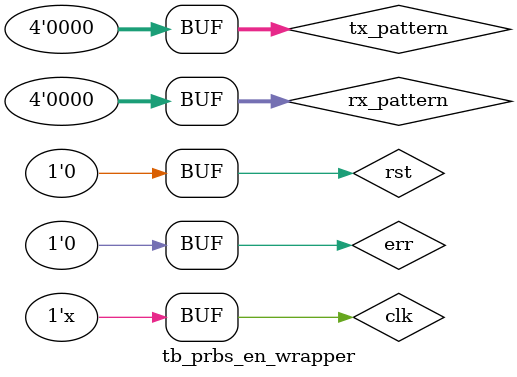
<source format=v>
`timescale 1ns / 1ps


module tb_prbs_en_wrapper(

    );

parameter C_TX_DATA_WIDTH_16_EN  = 0 ;
parameter C_TX_DATA_WIDTH_20_EN  = 0 ;
parameter C_TX_DATA_WIDTH_32_EN  = 0 ;
parameter C_TX_DATA_WIDTH_64_EN  = 0 ;
parameter C_TX_DATA_WIDTH_80_EN  = 1 ;

parameter C_TX_PATTERN_0_EN      = 1 ;
parameter C_TX_PATTERN_1_EN      = 1 ;
parameter C_TX_PATTERN_2_EN      = 0 ;
parameter C_TX_PATTERN_3_EN      = 0 ;
parameter C_TX_PATTERN_4_EN      = 0 ;
parameter C_TX_PATTERN_5_EN      = 0 ;
parameter C_TX_PATTERN_9_EN      = 1 ;
parameter C_TX_PATTERN_10_EN     = 0 ;


parameter C_RX_DATA_WIDTH_16_EN  = 0 ;
parameter C_RX_DATA_WIDTH_20_EN  = 0 ;
parameter C_RX_DATA_WIDTH_32_EN  = 0 ;
parameter C_RX_DATA_WIDTH_64_EN  = 0 ;
parameter C_RX_DATA_WIDTH_80_EN  = 1 ;

parameter C_RX_PATTERN_0_EN      = 1 ;
parameter C_RX_PATTERN_1_EN      = 1 ;
parameter C_RX_PATTERN_2_EN      = 0 ;
parameter C_RX_PATTERN_3_EN      = 0 ;
parameter C_RX_PATTERN_4_EN      = 0 ;
parameter C_RX_PATTERN_5_EN      = 0 ;
parameter C_RX_PATTERN_9_EN      = 1 ;
parameter C_RX_PATTERN_10_EN     = 0 ;



reg [3:0] tx_pattern  = 0; 
parameter tx_width    = 80 ;

reg [3:0] rx_pattern  = 0; 
parameter rx_width    = 80 ;



wire [79:0] data_1;
wire [79:0] data_2;
reg clk;
reg rst;
wire [31:0] ERR_BIT_NUM;
wire [31:0] ERR_BIT_NUM_dym;
wire CHK_LOCKED;
reg err;

prbs_en_wrapper  
  #(.C_MODE_0GEN_1CHK       (0) , //=  0 ; //0: gen   1:check
    .C_CHK_LOCK_CLK_PRD_NUM (100) , //= 100;//多少个时钟无误码认为锁定(同时，一旦有错，立刻失锁)
    .C_CHK_STAT_CLK_PRD_NUM (10000),
    .C_DATA_WIDTH_16_EN  (C_TX_DATA_WIDTH_16_EN ),
    .C_DATA_WIDTH_20_EN  (C_TX_DATA_WIDTH_20_EN ),
    .C_DATA_WIDTH_32_EN  (C_TX_DATA_WIDTH_32_EN ),
    .C_DATA_WIDTH_64_EN  (C_TX_DATA_WIDTH_64_EN ),
    .C_DATA_WIDTH_80_EN  (C_TX_DATA_WIDTH_80_EN ),
    .C_PATTERN_0_EN      (C_TX_PATTERN_0_EN     ),
    .C_PATTERN_1_EN      (C_TX_PATTERN_1_EN     ),
    .C_PATTERN_2_EN      (C_TX_PATTERN_2_EN     ),
    .C_PATTERN_3_EN      (C_TX_PATTERN_3_EN     ),
    .C_PATTERN_4_EN      (C_TX_PATTERN_4_EN     ),
    .C_PATTERN_5_EN      (C_TX_PATTERN_5_EN     ),
    .C_PATTERN_9_EN      (C_TX_PATTERN_9_EN     ),
    .C_PATTERN_10_EN     (C_TX_PATTERN_10_EN    )

    ) 
    prbs_en_tx_u(
    .CLK_I              (clk),      
    .RST_I              (rst),    
    .USR_PATTERN_I      (32'haabbccdd) ,    
    .DATA_I             (0),    
    .DATA_O             (data_1),    
    .PATTERN_I          (tx_pattern),  
    .DATA_WIDTH_I       (tx_width  ) 
    );

  
prbs_en_wrapper  
  #(.C_MODE_0GEN_1CHK       (1) , //=  0 ; //0: gen   1:check
    .C_CHK_LOCK_CLK_PRD_NUM (100) , //= 100;//多少个时钟无误码认为锁定(同时，一旦有错，立刻失锁)
    .C_CHK_STAT_CLK_PRD_NUM (10000),
    .C_DATA_WIDTH_16_EN  (C_RX_DATA_WIDTH_16_EN ),
    .C_DATA_WIDTH_20_EN  (C_RX_DATA_WIDTH_20_EN ),
    .C_DATA_WIDTH_32_EN  (C_RX_DATA_WIDTH_32_EN ),
    .C_DATA_WIDTH_64_EN  (C_RX_DATA_WIDTH_64_EN ),
    .C_DATA_WIDTH_80_EN  (C_RX_DATA_WIDTH_80_EN ),
    .C_PATTERN_0_EN      (C_RX_PATTERN_0_EN     ),
    .C_PATTERN_1_EN      (C_RX_PATTERN_1_EN     ),
    .C_PATTERN_2_EN      (C_RX_PATTERN_2_EN     ),
    .C_PATTERN_3_EN      (C_RX_PATTERN_3_EN     ),
    .C_PATTERN_4_EN      (C_RX_PATTERN_4_EN     ),
    .C_PATTERN_5_EN      (C_RX_PATTERN_5_EN     ),
    .C_PATTERN_9_EN      (C_RX_PATTERN_9_EN     ),
    .C_PATTERN_10_EN     (C_RX_PATTERN_10_EN    )
    ) 
    prbs_en_rx_u(
    .CLK_I              (clk),      
    .RST_I              (rst),     
    .USR_PATTERN_I      (32'haabbccdd) ,
    .DATA_I             (data_1+err),    
    .DATA_O             (data_2),    
    .PATTERN_I          (rx_pattern),  
    .DATA_WIDTH_I       (rx_width),
    .CHK_LOCKED_O       (CHK_LOCKED),
    .CHK_ERR_BIT_NUM_O  (ERR_BIT_NUM)  ,
    .CHK_ERR_BIT_NUM_DYM_O (ERR_BIT_NUM_dym)    
    );   



always #5 clk = ~clk;

initial begin
    tx_pattern = 1;
    rx_pattern = 1;
    err = 0;
    clk = 0;
    rst = 0;
    #1000;
    
    rst = 0;
    #1000;
    
    #5000;
    err =1 ;
    #200;
    err = 0;
    
    
    #5000;
    tx_pattern = 1;
    rx_pattern = 0;
    
    #5000;
    tx_pattern = 0;
    rx_pattern = 0;
    
    #10000;
    
    err =1 ;
    #200;
    err = 0;
  
end
 
    
endmodule

</source>
